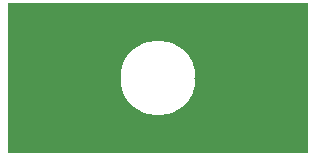
<source format=gbr>
%FSLAX34Y34*%
%MOIN*%
%ADD10R,1.0X0.5X0.25*%
D10*
X0Y0D03*
M02*

</source>
